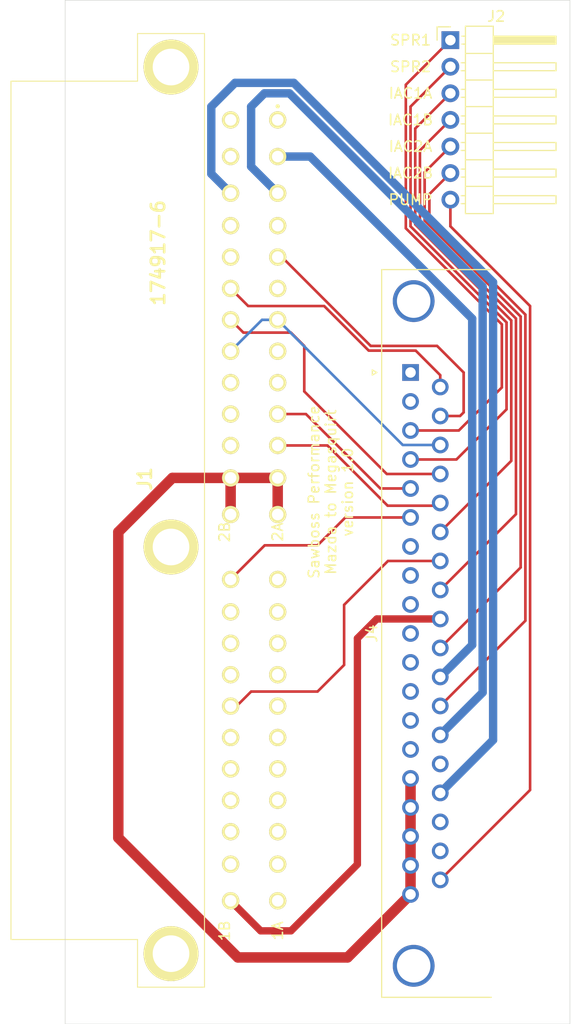
<source format=kicad_pcb>
(kicad_pcb (version 20171130) (host pcbnew "(5.1.6)-1")

  (general
    (thickness 1.6)
    (drawings 9)
    (tracks 117)
    (zones 0)
    (modules 3)
    (nets 68)
  )

  (page A4)
  (layers
    (0 F.Cu signal)
    (31 B.Cu signal)
    (32 B.Adhes user)
    (33 F.Adhes user)
    (34 B.Paste user)
    (35 F.Paste user)
    (36 B.SilkS user)
    (37 F.SilkS user)
    (38 B.Mask user)
    (39 F.Mask user)
    (40 Dwgs.User user)
    (41 Cmts.User user)
    (42 Eco1.User user)
    (43 Eco2.User user)
    (44 Edge.Cuts user)
    (45 Margin user)
    (46 B.CrtYd user)
    (47 F.CrtYd user)
    (48 B.Fab user)
    (49 F.Fab user)
  )

  (setup
    (last_trace_width 0.25)
    (trace_clearance 0.2)
    (zone_clearance 0.508)
    (zone_45_only no)
    (trace_min 0.2)
    (via_size 0.8)
    (via_drill 0.4)
    (via_min_size 0.4)
    (via_min_drill 0.3)
    (uvia_size 0.3)
    (uvia_drill 0.1)
    (uvias_allowed no)
    (uvia_min_size 0.2)
    (uvia_min_drill 0.1)
    (edge_width 0.05)
    (segment_width 0.2)
    (pcb_text_width 0.3)
    (pcb_text_size 1.5 1.5)
    (mod_edge_width 0.12)
    (mod_text_size 1 1)
    (mod_text_width 0.15)
    (pad_size 1.524 1.524)
    (pad_drill 0.762)
    (pad_to_mask_clearance 0.05)
    (aux_axis_origin 0 0)
    (visible_elements 7FFFFFFF)
    (pcbplotparams
      (layerselection 0x010fc_ffffffff)
      (usegerberextensions false)
      (usegerberattributes true)
      (usegerberadvancedattributes true)
      (creategerberjobfile true)
      (excludeedgelayer true)
      (linewidth 0.100000)
      (plotframeref false)
      (viasonmask false)
      (mode 1)
      (useauxorigin false)
      (hpglpennumber 1)
      (hpglpenspeed 20)
      (hpglpendiameter 15.000000)
      (psnegative false)
      (psa4output false)
      (plotreference true)
      (plotvalue true)
      (plotinvisibletext false)
      (padsonsilk false)
      (subtractmaskfromsilk false)
      (outputformat 1)
      (mirror false)
      (drillshape 1)
      (scaleselection 1)
      (outputdirectory ""))
  )

  (net 0 "")
  (net 1 "Net-(J1-Pad12)")
  (net 2 "Net-(J1-Pad15)")
  (net 3 "Net-(J1-Pad17)")
  (net 4 "Net-(J1-Pad19)")
  (net 5 "Net-(J1-Pad22)")
  (net 6 "Net-(J1-Pad26)")
  (net 7 "Net-(J1-Pad31)")
  (net 8 "Net-(J1-Pad33)")
  (net 9 "Net-(J1-Pad34)")
  (net 10 "Net-(J1-Pad35)")
  (net 11 "Net-(J1-Pad36)")
  (net 12 "Net-(J1-Pad37)")
  (net 13 "Net-(J1-Pad41)")
  (net 14 "Net-(J1-Pad45)")
  (net 15 "Net-(J1-Pad46)")
  (net 16 "Net-(J1-Pad47)")
  (net 17 "Net-(J1-Pad48)")
  (net 18 "Net-(J1-PadMH1)")
  (net 19 "Net-(J1-PadMH2)")
  (net 20 "Net-(J1-PadMH3)")
  (net 21 Const_12V)
  (net 22 INJ_1)
  (net 23 INJ_2)
  (net 24 O2)
  (net 25 GND)
  (net 26 12V-SW)
  (net 27 CLT)
  (net 28 CAM)
  (net 29 CRANK)
  (net 30 IGN-1)
  (net 31 IDLE)
  (net 32 LAUNCH)
  (net 33 TPS_IN)
  (net 34 IAT)
  (net 35 FAN)
  (net 36 VREF)
  (net 37 "Net-(J1-Pad1)")
  (net 38 "Net-(J1-Pad6)")
  (net 39 "Net-(J1-Pad7)")
  (net 40 "Net-(J1-Pad11)")
  (net 41 "Net-(J1-Pad21)")
  (net 42 "Net-(J1-Pad25)")
  (net 43 "Net-(J1-Pad30)")
  (net 44 "Net-(J1-Pad32)")
  (net 45 "Net-(J1-Pad38)")
  (net 46 "Net-(J1-Pad40)")
  (net 47 "Net-(J1-Pad43)")
  (net 48 "Net-(J4-Pad1)")
  (net 49 "Net-(J4-Pad2)")
  (net 50 "Net-(J4-Pad7)")
  (net 51 "Net-(J4-Pad8)")
  (net 52 "Net-(J4-Pad9)")
  (net 53 "Net-(J4-Pad10)")
  (net 54 "Net-(J4-Pad11)")
  (net 55 "Net-(J4-Pad12)")
  (net 56 "Net-(J4-Pad13)")
  (net 57 "Net-(J4-Pad14)")
  (net 58 "Net-(J4-Pad33)")
  (net 59 "Net-(J4-Pad35)")
  (net 60 "Net-(J4-Pad36)")
  (net 61 SPR1)
  (net 62 SPR2)
  (net 63 IAC1A)
  (net 64 IAC1B)
  (net 65 IAC2A)
  (net 66 IAC2B)
  (net 67 PUMP)

  (net_class Default "This is the default net class."
    (clearance 0.2)
    (trace_width 0.25)
    (via_dia 0.8)
    (via_drill 0.4)
    (uvia_dia 0.3)
    (uvia_drill 0.1)
    (add_net 12V-SW)
    (add_net CAM)
    (add_net CLT)
    (add_net CRANK)
    (add_net Const_12V)
    (add_net FAN)
    (add_net GND)
    (add_net IAC1A)
    (add_net IAC1B)
    (add_net IAC2A)
    (add_net IAC2B)
    (add_net IAT)
    (add_net IDLE)
    (add_net IGN-1)
    (add_net INJ_1)
    (add_net INJ_2)
    (add_net LAUNCH)
    (add_net "Net-(J1-Pad1)")
    (add_net "Net-(J1-Pad11)")
    (add_net "Net-(J1-Pad12)")
    (add_net "Net-(J1-Pad15)")
    (add_net "Net-(J1-Pad17)")
    (add_net "Net-(J1-Pad19)")
    (add_net "Net-(J1-Pad21)")
    (add_net "Net-(J1-Pad22)")
    (add_net "Net-(J1-Pad25)")
    (add_net "Net-(J1-Pad26)")
    (add_net "Net-(J1-Pad30)")
    (add_net "Net-(J1-Pad31)")
    (add_net "Net-(J1-Pad32)")
    (add_net "Net-(J1-Pad33)")
    (add_net "Net-(J1-Pad34)")
    (add_net "Net-(J1-Pad35)")
    (add_net "Net-(J1-Pad36)")
    (add_net "Net-(J1-Pad37)")
    (add_net "Net-(J1-Pad38)")
    (add_net "Net-(J1-Pad40)")
    (add_net "Net-(J1-Pad41)")
    (add_net "Net-(J1-Pad43)")
    (add_net "Net-(J1-Pad45)")
    (add_net "Net-(J1-Pad46)")
    (add_net "Net-(J1-Pad47)")
    (add_net "Net-(J1-Pad48)")
    (add_net "Net-(J1-Pad6)")
    (add_net "Net-(J1-Pad7)")
    (add_net "Net-(J1-PadMH1)")
    (add_net "Net-(J1-PadMH2)")
    (add_net "Net-(J1-PadMH3)")
    (add_net "Net-(J4-Pad1)")
    (add_net "Net-(J4-Pad10)")
    (add_net "Net-(J4-Pad11)")
    (add_net "Net-(J4-Pad12)")
    (add_net "Net-(J4-Pad13)")
    (add_net "Net-(J4-Pad14)")
    (add_net "Net-(J4-Pad2)")
    (add_net "Net-(J4-Pad33)")
    (add_net "Net-(J4-Pad35)")
    (add_net "Net-(J4-Pad36)")
    (add_net "Net-(J4-Pad7)")
    (add_net "Net-(J4-Pad8)")
    (add_net "Net-(J4-Pad9)")
    (add_net O2)
    (add_net PUMP)
    (add_net SPR1)
    (add_net SPR2)
    (add_net TPS_IN)
    (add_net VREF)
  )

  (module 1749176 (layer F.Cu) (tedit 5F0A753C) (tstamp 61451804)
    (at 71.12 74.93 180)
    (descr 174917-6-3)
    (tags Connector)
    (path /61442018)
    (fp_text reference J1 (at 12.7 -34.29 90) (layer F.SilkS)
      (effects (font (size 1.27 1.27) (thickness 0.254)))
    )
    (fp_text value 174917-6 (at 11.43 -12.7 90) (layer F.SilkS)
      (effects (font (size 1.27 1.27) (thickness 0.254)))
    )
    (fp_line (start 7 -78.3) (end 25.5 -78.3) (layer Dwgs.User) (width 0.2))
    (fp_line (start 25.5 -78.3) (end 25.5 3.7) (layer Dwgs.User) (width 0.2))
    (fp_line (start 25.5 3.7) (end 7 3.7) (layer Dwgs.User) (width 0.2))
    (fp_line (start 7 3.7) (end 7 -78.3) (layer Dwgs.User) (width 0.2))
    (fp_line (start -1.825 -83.85) (end 26.5 -83.85) (layer Dwgs.User) (width 0.1))
    (fp_line (start 26.5 -83.85) (end 26.5 9.25) (layer Dwgs.User) (width 0.1))
    (fp_line (start 26.5 9.25) (end -1.825 9.25) (layer Dwgs.User) (width 0.1))
    (fp_line (start -1.825 9.25) (end -1.825 -83.85) (layer Dwgs.User) (width 0.1))
    (fp_line (start 7 3.7) (end 7 8.25) (layer Dwgs.User) (width 0.2))
    (fp_line (start 7 8.25) (end 13.4 8.25) (layer Dwgs.User) (width 0.2))
    (fp_line (start 13.4 8.25) (end 13.4 3.7) (layer Dwgs.User) (width 0.2))
    (fp_line (start 7 -78.3) (end 7 -82.85) (layer Dwgs.User) (width 0.2))
    (fp_line (start 7 -82.85) (end 13.4 -82.85) (layer Dwgs.User) (width 0.2))
    (fp_line (start 13.4 -82.85) (end 13.4 -78.3) (layer Dwgs.User) (width 0.2))
    (fp_line (start 7 -82.85) (end 7 8.25) (layer F.SilkS) (width 0.1))
    (fp_line (start 7 8.25) (end 13.4 8.25) (layer F.SilkS) (width 0.1))
    (fp_line (start 13.4 8.25) (end 13.4 3.7) (layer F.SilkS) (width 0.1))
    (fp_line (start 13.4 3.7) (end 25 3.7) (layer F.SilkS) (width 0.1))
    (fp_line (start 25 3.7) (end 25.5 3.7) (layer F.SilkS) (width 0.1))
    (fp_line (start 25.5 3.7) (end 25.5 -78.3) (layer F.SilkS) (width 0.1))
    (fp_line (start 25.5 -78.3) (end 13.4 -78.3) (layer F.SilkS) (width 0.1))
    (fp_line (start 13.4 -78.3) (end 13.4 -82.85) (layer F.SilkS) (width 0.1))
    (fp_line (start 13.4 -82.85) (end 7 -82.85) (layer F.SilkS) (width 0.1))
    (fp_line (start -0.1 1.3) (end -0.1 1.3) (layer F.SilkS) (width 0.2))
    (fp_line (start 0.1 1.3) (end 0.1 1.3) (layer F.SilkS) (width 0.2))
    (fp_arc (start 0 1.3) (end -0.1 1.3) (angle -180) (layer F.SilkS) (width 0.2))
    (fp_arc (start 0 1.3) (end 0.1 1.3) (angle -180) (layer F.SilkS) (width 0.2))
    (pad 1 thru_hole circle (at 0 0 270) (size 1.65 1.65) (drill 1.1) (layers *.Cu *.Mask F.SilkS)
      (net 37 "Net-(J1-Pad1)"))
    (pad 2 thru_hole circle (at 0 -3.5 270) (size 1.65 1.65) (drill 1.1) (layers *.Cu *.Mask F.SilkS)
      (net 31 IDLE))
    (pad 3 thru_hole circle (at 0 -7 270) (size 1.65 1.65) (drill 1.1) (layers *.Cu *.Mask F.SilkS)
      (net 22 INJ_1))
    (pad 4 thru_hole circle (at 0 -34.2 270) (size 1.65 1.65) (drill 1.1) (layers *.Cu *.Mask F.SilkS)
      (net 25 GND))
    (pad 5 thru_hole circle (at 0 -37.7 270) (size 1.65 1.65) (drill 1.1) (layers *.Cu *.Mask F.SilkS)
      (net 25 GND))
    (pad 6 thru_hole circle (at 4.5 0 270) (size 1.65 1.65) (drill 1.1) (layers *.Cu *.Mask F.SilkS)
      (net 38 "Net-(J1-Pad6)"))
    (pad 7 thru_hole circle (at 4.5 -3.5 270) (size 1.65 1.65) (drill 1.1) (layers *.Cu *.Mask F.SilkS)
      (net 39 "Net-(J1-Pad7)"))
    (pad 8 thru_hole circle (at 4.5 -7 270) (size 1.65 1.65) (drill 1.1) (layers *.Cu *.Mask F.SilkS)
      (net 23 INJ_2))
    (pad 9 thru_hole circle (at 4.5 -34.2 270) (size 1.65 1.65) (drill 1.1) (layers *.Cu *.Mask F.SilkS)
      (net 25 GND))
    (pad 10 thru_hole circle (at 4.5 -37.7 270) (size 1.65 1.65) (drill 1.1) (layers *.Cu *.Mask F.SilkS)
      (net 25 GND))
    (pad 11 thru_hole circle (at 0 -43.9 270) (size 1.65 1.65) (drill 1.1) (layers *.Cu *.Mask F.SilkS)
      (net 40 "Net-(J1-Pad11)"))
    (pad 12 thru_hole circle (at 0 -71.1 270) (size 1.65 1.65) (drill 1.1) (layers *.Cu *.Mask F.SilkS)
      (net 1 "Net-(J1-Pad12)"))
    (pad 13 thru_hole circle (at 0 -74.6 270) (size 1.65 1.65) (drill 1.1) (layers *.Cu *.Mask F.SilkS)
      (net 21 Const_12V))
    (pad 14 thru_hole circle (at 4.5 -43.9 270) (size 1.65 1.65) (drill 1.1) (layers *.Cu *.Mask F.SilkS)
      (net 32 LAUNCH))
    (pad 15 thru_hole circle (at 4.5 -71.1 270) (size 1.65 1.65) (drill 1.1) (layers *.Cu *.Mask F.SilkS)
      (net 2 "Net-(J1-Pad15)"))
    (pad 16 thru_hole circle (at 4.5 -74.6 270) (size 1.65 1.65) (drill 1.1) (layers *.Cu *.Mask F.SilkS)
      (net 26 12V-SW))
    (pad 17 thru_hole circle (at 0 -10.1 270) (size 1.65 1.65) (drill 1.1) (layers *.Cu *.Mask F.SilkS)
      (net 3 "Net-(J1-Pad17)"))
    (pad 18 thru_hole circle (at 0 -13.1 270) (size 1.65 1.65) (drill 1.1) (layers *.Cu *.Mask F.SilkS)
      (net 27 CLT))
    (pad 19 thru_hole circle (at 0 -16.1 270) (size 1.65 1.65) (drill 1.1) (layers *.Cu *.Mask F.SilkS)
      (net 4 "Net-(J1-Pad19)"))
    (pad 20 thru_hole circle (at 0 -19.1 270) (size 1.65 1.65) (drill 1.1) (layers *.Cu *.Mask F.SilkS)
      (net 33 TPS_IN))
    (pad 21 thru_hole circle (at 0 -22.1 270) (size 1.65 1.65) (drill 1.1) (layers *.Cu *.Mask F.SilkS)
      (net 41 "Net-(J1-Pad21)"))
    (pad 22 thru_hole circle (at 0 -25.1 270) (size 1.65 1.65) (drill 1.1) (layers *.Cu *.Mask F.SilkS)
      (net 5 "Net-(J1-Pad22)"))
    (pad 23 thru_hole circle (at 0 -28.1 270) (size 1.65 1.65) (drill 1.1) (layers *.Cu *.Mask F.SilkS)
      (net 28 CAM))
    (pad 24 thru_hole circle (at 0 -31.1 270) (size 1.65 1.65) (drill 1.1) (layers *.Cu *.Mask F.SilkS)
      (net 29 CRANK))
    (pad 25 thru_hole circle (at 4.5 -10.1 270) (size 1.65 1.65) (drill 1.1) (layers *.Cu *.Mask F.SilkS)
      (net 42 "Net-(J1-Pad25)"))
    (pad 26 thru_hole circle (at 4.5 -13.1 270) (size 1.65 1.65) (drill 1.1) (layers *.Cu *.Mask F.SilkS)
      (net 6 "Net-(J1-Pad26)"))
    (pad 27 thru_hole circle (at 4.5 -16.1 270) (size 1.65 1.65) (drill 1.1) (layers *.Cu *.Mask F.SilkS)
      (net 34 IAT))
    (pad 28 thru_hole circle (at 4.5 -19.1 270) (size 1.65 1.65) (drill 1.1) (layers *.Cu *.Mask F.SilkS)
      (net 24 O2))
    (pad 29 thru_hole circle (at 4.5 -22.1 270) (size 1.65 1.65) (drill 1.1) (layers *.Cu *.Mask F.SilkS)
      (net 33 TPS_IN))
    (pad 30 thru_hole circle (at 4.5 -25.1 270) (size 1.65 1.65) (drill 1.1) (layers *.Cu *.Mask F.SilkS)
      (net 43 "Net-(J1-Pad30)"))
    (pad 31 thru_hole circle (at 4.5 -28.1 270) (size 1.65 1.65) (drill 1.1) (layers *.Cu *.Mask F.SilkS)
      (net 7 "Net-(J1-Pad31)"))
    (pad 32 thru_hole circle (at 4.5 -31.1 270) (size 1.65 1.65) (drill 1.1) (layers *.Cu *.Mask F.SilkS)
      (net 44 "Net-(J1-Pad32)"))
    (pad 33 thru_hole circle (at 0 -47 270) (size 1.65 1.65) (drill 1.1) (layers *.Cu *.Mask F.SilkS)
      (net 8 "Net-(J1-Pad33)"))
    (pad 34 thru_hole circle (at 0 -50 270) (size 1.65 1.65) (drill 1.1) (layers *.Cu *.Mask F.SilkS)
      (net 9 "Net-(J1-Pad34)"))
    (pad 35 thru_hole circle (at 0 -53 270) (size 1.65 1.65) (drill 1.1) (layers *.Cu *.Mask F.SilkS)
      (net 10 "Net-(J1-Pad35)"))
    (pad 36 thru_hole circle (at 0 -56 270) (size 1.65 1.65) (drill 1.1) (layers *.Cu *.Mask F.SilkS)
      (net 11 "Net-(J1-Pad36)"))
    (pad 37 thru_hole circle (at 0 -59 270) (size 1.65 1.65) (drill 1.1) (layers *.Cu *.Mask F.SilkS)
      (net 12 "Net-(J1-Pad37)"))
    (pad 38 thru_hole circle (at 0 -62 270) (size 1.65 1.65) (drill 1.1) (layers *.Cu *.Mask F.SilkS)
      (net 45 "Net-(J1-Pad38)"))
    (pad 39 thru_hole circle (at 0 -65 270) (size 1.65 1.65) (drill 1.1) (layers *.Cu *.Mask F.SilkS)
      (net 30 IGN-1))
    (pad 40 thru_hole circle (at 0 -68 270) (size 1.65 1.65) (drill 1.1) (layers *.Cu *.Mask F.SilkS)
      (net 46 "Net-(J1-Pad40)"))
    (pad 41 thru_hole circle (at 4.5 -47 270) (size 1.65 1.65) (drill 1.1) (layers *.Cu *.Mask F.SilkS)
      (net 13 "Net-(J1-Pad41)"))
    (pad 42 thru_hole circle (at 4.5 -50 270) (size 1.65 1.65) (drill 1.1) (layers *.Cu *.Mask F.SilkS)
      (net 35 FAN))
    (pad 43 thru_hole circle (at 4.5 -53 270) (size 1.65 1.65) (drill 1.1) (layers *.Cu *.Mask F.SilkS)
      (net 47 "Net-(J1-Pad43)"))
    (pad 44 thru_hole circle (at 4.5 -56 270) (size 1.65 1.65) (drill 1.1) (layers *.Cu *.Mask F.SilkS)
      (net 36 VREF))
    (pad 45 thru_hole circle (at 4.5 -59 270) (size 1.65 1.65) (drill 1.1) (layers *.Cu *.Mask F.SilkS)
      (net 14 "Net-(J1-Pad45)"))
    (pad 46 thru_hole circle (at 4.5 -62 270) (size 1.65 1.65) (drill 1.1) (layers *.Cu *.Mask F.SilkS)
      (net 15 "Net-(J1-Pad46)"))
    (pad 47 thru_hole circle (at 4.5 -65 270) (size 1.65 1.65) (drill 1.1) (layers *.Cu *.Mask F.SilkS)
      (net 16 "Net-(J1-Pad47)"))
    (pad 48 thru_hole circle (at 4.5 -68 270) (size 1.65 1.65) (drill 1.1) (layers *.Cu *.Mask F.SilkS)
      (net 17 "Net-(J1-Pad48)"))
    (pad MH1 thru_hole circle (at 10.2 -79.65 270) (size 5.25 5.25) (drill 3.5) (layers *.Cu *.Mask F.SilkS)
      (net 18 "Net-(J1-PadMH1)"))
    (pad MH2 thru_hole circle (at 10.2 -40.8 270) (size 5.25 5.25) (drill 3.5) (layers *.Cu *.Mask F.SilkS)
      (net 19 "Net-(J1-PadMH2)"))
    (pad MH3 thru_hole circle (at 10.2 5.05 270) (size 5.25 5.25) (drill 3.5) (layers *.Cu *.Mask F.SilkS)
      (net 20 "Net-(J1-PadMH3)"))
    (model C:/Users/alindo/Documents/ELECTRONICS/Connector/174917-6/3D/174917-6.stp
      (offset (xyz 7 37.5 0))
      (scale (xyz 1 1 1))
      (rotate (xyz 180 0 -90))
    )
  )

  (module Connector_Dsub:DSUB-37_Female_Horizontal_P2.77x2.84mm_EdgePinOffset4.94mm_Housed_MountingHolesOffset7.48mm (layer F.Cu) (tedit 59FEDEE2) (tstamp 6147EEA9)
    (at 83.82 99.06 90)
    (descr "37-pin D-Sub connector, horizontal/angled (90 deg), THT-mount, female, pitch 2.77x2.84mm, pin-PCB-offset 4.9399999999999995mm, distance of mounting holes 63.5mm, distance of mounting holes to PCB edge 7.4799999999999995mm, see https://disti-assets.s3.amazonaws.com/tonar/files/datasheets/16730.pdf")
    (tags "37-pin D-Sub connector horizontal angled 90deg THT female pitch 2.77x2.84mm pin-PCB-offset 4.9399999999999995mm mounting-holes-distance 63.5mm mounting-hole-offset 63.5mm")
    (path /614E9BEA)
    (fp_text reference J4 (at -24.93 -3.7 90) (layer F.SilkS)
      (effects (font (size 1 1) (thickness 0.15)))
    )
    (fp_text value DB37_Female (at -24.93 15.85 90) (layer F.Fab)
      (effects (font (size 1 1) (thickness 0.15)))
    )
    (fp_line (start 10.3 -3.25) (end -60.15 -3.25) (layer F.CrtYd) (width 0.05))
    (fp_line (start 10.3 14.85) (end 10.3 -3.25) (layer F.CrtYd) (width 0.05))
    (fp_line (start -60.15 14.85) (end 10.3 14.85) (layer F.CrtYd) (width 0.05))
    (fp_line (start -60.15 -3.25) (end -60.15 14.85) (layer F.CrtYd) (width 0.05))
    (fp_line (start 0 -3.221325) (end -0.25 -3.654338) (layer F.SilkS) (width 0.12))
    (fp_line (start 0.25 -3.654338) (end 0 -3.221325) (layer F.SilkS) (width 0.12))
    (fp_line (start -0.25 -3.654338) (end 0.25 -3.654338) (layer F.SilkS) (width 0.12))
    (fp_line (start 9.83 -2.76) (end 9.83 7.72) (layer F.SilkS) (width 0.12))
    (fp_line (start -59.69 -2.76) (end 9.83 -2.76) (layer F.SilkS) (width 0.12))
    (fp_line (start -59.69 7.72) (end -59.69 -2.76) (layer F.SilkS) (width 0.12))
    (fp_line (start 8.42 7.78) (end 8.42 0.3) (layer F.Fab) (width 0.1))
    (fp_line (start 5.22 7.78) (end 5.22 0.3) (layer F.Fab) (width 0.1))
    (fp_line (start -55.08 7.78) (end -55.08 0.3) (layer F.Fab) (width 0.1))
    (fp_line (start -58.28 7.78) (end -58.28 0.3) (layer F.Fab) (width 0.1))
    (fp_line (start 9.32 8.18) (end 4.32 8.18) (layer F.Fab) (width 0.1))
    (fp_line (start 9.32 13.18) (end 9.32 8.18) (layer F.Fab) (width 0.1))
    (fp_line (start 4.32 13.18) (end 9.32 13.18) (layer F.Fab) (width 0.1))
    (fp_line (start 4.32 8.18) (end 4.32 13.18) (layer F.Fab) (width 0.1))
    (fp_line (start -54.18 8.18) (end -59.18 8.18) (layer F.Fab) (width 0.1))
    (fp_line (start -54.18 13.18) (end -54.18 8.18) (layer F.Fab) (width 0.1))
    (fp_line (start -59.18 13.18) (end -54.18 13.18) (layer F.Fab) (width 0.1))
    (fp_line (start -59.18 8.18) (end -59.18 13.18) (layer F.Fab) (width 0.1))
    (fp_line (start 2.47 8.18) (end -52.33 8.18) (layer F.Fab) (width 0.1))
    (fp_line (start 2.47 14.35) (end 2.47 8.18) (layer F.Fab) (width 0.1))
    (fp_line (start -52.33 14.35) (end 2.47 14.35) (layer F.Fab) (width 0.1))
    (fp_line (start -52.33 8.18) (end -52.33 14.35) (layer F.Fab) (width 0.1))
    (fp_line (start 9.77 7.78) (end -59.63 7.78) (layer F.Fab) (width 0.1))
    (fp_line (start 9.77 8.18) (end 9.77 7.78) (layer F.Fab) (width 0.1))
    (fp_line (start -59.63 8.18) (end 9.77 8.18) (layer F.Fab) (width 0.1))
    (fp_line (start -59.63 7.78) (end -59.63 8.18) (layer F.Fab) (width 0.1))
    (fp_line (start 9.77 -2.7) (end -59.63 -2.7) (layer F.Fab) (width 0.1))
    (fp_line (start 9.77 7.78) (end 9.77 -2.7) (layer F.Fab) (width 0.1))
    (fp_line (start -59.63 7.78) (end 9.77 7.78) (layer F.Fab) (width 0.1))
    (fp_line (start -59.63 -2.7) (end -59.63 7.78) (layer F.Fab) (width 0.1))
    (fp_arc (start -56.68 0.3) (end -58.28 0.3) (angle 180) (layer F.Fab) (width 0.1))
    (fp_arc (start 6.82 0.3) (end 5.22 0.3) (angle 180) (layer F.Fab) (width 0.1))
    (fp_text user %R (at -24.93 11.265 90) (layer F.Fab)
      (effects (font (size 1 1) (thickness 0.15)))
    )
    (pad 1 thru_hole rect (at 0 0 90) (size 1.6 1.6) (drill 1) (layers *.Cu *.Mask)
      (net 48 "Net-(J4-Pad1)"))
    (pad 2 thru_hole circle (at -2.77 0 90) (size 1.6 1.6) (drill 1) (layers *.Cu *.Mask)
      (net 49 "Net-(J4-Pad2)"))
    (pad 3 thru_hole circle (at -5.54 0 90) (size 1.6 1.6) (drill 1) (layers *.Cu *.Mask)
      (net 61 SPR1))
    (pad 4 thru_hole circle (at -8.31 0 90) (size 1.6 1.6) (drill 1) (layers *.Cu *.Mask)
      (net 62 SPR2))
    (pad 5 thru_hole circle (at -11.08 0 90) (size 1.6 1.6) (drill 1) (layers *.Cu *.Mask)
      (net 28 CAM))
    (pad 6 thru_hole circle (at -13.85 0 90) (size 1.6 1.6) (drill 1) (layers *.Cu *.Mask)
      (net 32 LAUNCH))
    (pad 7 thru_hole circle (at -16.62 0 90) (size 1.6 1.6) (drill 1) (layers *.Cu *.Mask)
      (net 50 "Net-(J4-Pad7)"))
    (pad 8 thru_hole circle (at -19.39 0 90) (size 1.6 1.6) (drill 1) (layers *.Cu *.Mask)
      (net 51 "Net-(J4-Pad8)"))
    (pad 9 thru_hole circle (at -22.16 0 90) (size 1.6 1.6) (drill 1) (layers *.Cu *.Mask)
      (net 52 "Net-(J4-Pad9)"))
    (pad 10 thru_hole circle (at -24.93 0 90) (size 1.6 1.6) (drill 1) (layers *.Cu *.Mask)
      (net 53 "Net-(J4-Pad10)"))
    (pad 11 thru_hole circle (at -27.7 0 90) (size 1.6 1.6) (drill 1) (layers *.Cu *.Mask)
      (net 54 "Net-(J4-Pad11)"))
    (pad 12 thru_hole circle (at -30.47 0 90) (size 1.6 1.6) (drill 1) (layers *.Cu *.Mask)
      (net 55 "Net-(J4-Pad12)"))
    (pad 13 thru_hole circle (at -33.24 0 90) (size 1.6 1.6) (drill 1) (layers *.Cu *.Mask)
      (net 56 "Net-(J4-Pad13)"))
    (pad 14 thru_hole circle (at -36.01 0 90) (size 1.6 1.6) (drill 1) (layers *.Cu *.Mask)
      (net 57 "Net-(J4-Pad14)"))
    (pad 15 thru_hole circle (at -38.78 0 90) (size 1.6 1.6) (drill 1) (layers *.Cu *.Mask)
      (net 25 GND))
    (pad 16 thru_hole circle (at -41.55 0 90) (size 1.6 1.6) (drill 1) (layers *.Cu *.Mask)
      (net 25 GND))
    (pad 17 thru_hole circle (at -44.32 0 90) (size 1.6 1.6) (drill 1) (layers *.Cu *.Mask)
      (net 25 GND))
    (pad 18 thru_hole circle (at -47.09 0 90) (size 1.6 1.6) (drill 1) (layers *.Cu *.Mask)
      (net 25 GND))
    (pad 19 thru_hole circle (at -49.86 0 90) (size 1.6 1.6) (drill 1) (layers *.Cu *.Mask)
      (net 25 GND))
    (pad 20 thru_hole circle (at -1.385 2.84 90) (size 1.6 1.6) (drill 1) (layers *.Cu *.Mask)
      (net 34 IAT))
    (pad 21 thru_hole circle (at -4.155 2.84 90) (size 1.6 1.6) (drill 1) (layers *.Cu *.Mask)
      (net 27 CLT))
    (pad 22 thru_hole circle (at -6.925 2.84 90) (size 1.6 1.6) (drill 1) (layers *.Cu *.Mask)
      (net 33 TPS_IN))
    (pad 23 thru_hole circle (at -9.695 2.84 90) (size 1.6 1.6) (drill 1) (layers *.Cu *.Mask)
      (net 24 O2))
    (pad 24 thru_hole circle (at -12.465 2.84 90) (size 1.6 1.6) (drill 1) (layers *.Cu *.Mask)
      (net 29 CRANK))
    (pad 25 thru_hole circle (at -15.235 2.84 90) (size 1.6 1.6) (drill 1) (layers *.Cu *.Mask)
      (net 63 IAC1A))
    (pad 26 thru_hole circle (at -18.005 2.84 90) (size 1.6 1.6) (drill 1) (layers *.Cu *.Mask)
      (net 36 VREF))
    (pad 27 thru_hole circle (at -20.775 2.84 90) (size 1.6 1.6) (drill 1) (layers *.Cu *.Mask)
      (net 64 IAC1B))
    (pad 28 thru_hole circle (at -23.545 2.84 90) (size 1.6 1.6) (drill 1) (layers *.Cu *.Mask)
      (net 26 12V-SW))
    (pad 29 thru_hole circle (at -26.315 2.84 90) (size 1.6 1.6) (drill 1) (layers *.Cu *.Mask)
      (net 65 IAC2A))
    (pad 30 thru_hole circle (at -29.085 2.84 90) (size 1.6 1.6) (drill 1) (layers *.Cu *.Mask)
      (net 31 IDLE))
    (pad 31 thru_hole circle (at -31.855 2.84 90) (size 1.6 1.6) (drill 1) (layers *.Cu *.Mask)
      (net 66 IAC2B))
    (pad 32 thru_hole circle (at -34.625 2.84 90) (size 1.6 1.6) (drill 1) (layers *.Cu *.Mask)
      (net 22 INJ_1))
    (pad 33 thru_hole circle (at -37.395 2.84 90) (size 1.6 1.6) (drill 1) (layers *.Cu *.Mask)
      (net 58 "Net-(J4-Pad33)"))
    (pad 34 thru_hole circle (at -40.165 2.84 90) (size 1.6 1.6) (drill 1) (layers *.Cu *.Mask)
      (net 23 INJ_2))
    (pad 35 thru_hole circle (at -42.935 2.84 90) (size 1.6 1.6) (drill 1) (layers *.Cu *.Mask)
      (net 59 "Net-(J4-Pad35)"))
    (pad 36 thru_hole circle (at -45.705 2.84 90) (size 1.6 1.6) (drill 1) (layers *.Cu *.Mask)
      (net 60 "Net-(J4-Pad36)"))
    (pad 37 thru_hole circle (at -48.475 2.84 90) (size 1.6 1.6) (drill 1) (layers *.Cu *.Mask)
      (net 67 PUMP))
    (pad 0 thru_hole circle (at -56.68 0.3 90) (size 4 4) (drill 3.2) (layers *.Cu *.Mask))
    (pad 0 thru_hole circle (at 6.82 0.3 90) (size 4 4) (drill 3.2) (layers *.Cu *.Mask))
    (model ${KISYS3DMOD}/Connector_Dsub.3dshapes/DSUB-37_Female_Horizontal_P2.77x2.84mm_EdgePinOffset4.94mm_Housed_MountingHolesOffset7.48mm.wrl
      (at (xyz 0 0 0))
      (scale (xyz 1 1 1))
      (rotate (xyz 0 0 0))
    )
  )

  (module Connector_PinHeader_2.54mm:PinHeader_1x07_P2.54mm_Horizontal (layer F.Cu) (tedit 59FED5CB) (tstamp 6147F5AA)
    (at 87.63 67.31)
    (descr "Through hole angled pin header, 1x07, 2.54mm pitch, 6mm pin length, single row")
    (tags "Through hole angled pin header THT 1x07 2.54mm single row")
    (path /61541BF6)
    (fp_text reference J2 (at 4.385 -2.27) (layer F.SilkS)
      (effects (font (size 1 1) (thickness 0.15)))
    )
    (fp_text value Conn_01x07 (at 4.385 17.51) (layer F.Fab)
      (effects (font (size 1 1) (thickness 0.15)))
    )
    (fp_line (start 10.55 -1.8) (end -1.8 -1.8) (layer F.CrtYd) (width 0.05))
    (fp_line (start 10.55 17.05) (end 10.55 -1.8) (layer F.CrtYd) (width 0.05))
    (fp_line (start -1.8 17.05) (end 10.55 17.05) (layer F.CrtYd) (width 0.05))
    (fp_line (start -1.8 -1.8) (end -1.8 17.05) (layer F.CrtYd) (width 0.05))
    (fp_line (start -1.27 -1.27) (end 0 -1.27) (layer F.SilkS) (width 0.12))
    (fp_line (start -1.27 0) (end -1.27 -1.27) (layer F.SilkS) (width 0.12))
    (fp_line (start 1.042929 15.62) (end 1.44 15.62) (layer F.SilkS) (width 0.12))
    (fp_line (start 1.042929 14.86) (end 1.44 14.86) (layer F.SilkS) (width 0.12))
    (fp_line (start 10.1 15.62) (end 4.1 15.62) (layer F.SilkS) (width 0.12))
    (fp_line (start 10.1 14.86) (end 10.1 15.62) (layer F.SilkS) (width 0.12))
    (fp_line (start 4.1 14.86) (end 10.1 14.86) (layer F.SilkS) (width 0.12))
    (fp_line (start 1.44 13.97) (end 4.1 13.97) (layer F.SilkS) (width 0.12))
    (fp_line (start 1.042929 13.08) (end 1.44 13.08) (layer F.SilkS) (width 0.12))
    (fp_line (start 1.042929 12.32) (end 1.44 12.32) (layer F.SilkS) (width 0.12))
    (fp_line (start 10.1 13.08) (end 4.1 13.08) (layer F.SilkS) (width 0.12))
    (fp_line (start 10.1 12.32) (end 10.1 13.08) (layer F.SilkS) (width 0.12))
    (fp_line (start 4.1 12.32) (end 10.1 12.32) (layer F.SilkS) (width 0.12))
    (fp_line (start 1.44 11.43) (end 4.1 11.43) (layer F.SilkS) (width 0.12))
    (fp_line (start 1.042929 10.54) (end 1.44 10.54) (layer F.SilkS) (width 0.12))
    (fp_line (start 1.042929 9.78) (end 1.44 9.78) (layer F.SilkS) (width 0.12))
    (fp_line (start 10.1 10.54) (end 4.1 10.54) (layer F.SilkS) (width 0.12))
    (fp_line (start 10.1 9.78) (end 10.1 10.54) (layer F.SilkS) (width 0.12))
    (fp_line (start 4.1 9.78) (end 10.1 9.78) (layer F.SilkS) (width 0.12))
    (fp_line (start 1.44 8.89) (end 4.1 8.89) (layer F.SilkS) (width 0.12))
    (fp_line (start 1.042929 8) (end 1.44 8) (layer F.SilkS) (width 0.12))
    (fp_line (start 1.042929 7.24) (end 1.44 7.24) (layer F.SilkS) (width 0.12))
    (fp_line (start 10.1 8) (end 4.1 8) (layer F.SilkS) (width 0.12))
    (fp_line (start 10.1 7.24) (end 10.1 8) (layer F.SilkS) (width 0.12))
    (fp_line (start 4.1 7.24) (end 10.1 7.24) (layer F.SilkS) (width 0.12))
    (fp_line (start 1.44 6.35) (end 4.1 6.35) (layer F.SilkS) (width 0.12))
    (fp_line (start 1.042929 5.46) (end 1.44 5.46) (layer F.SilkS) (width 0.12))
    (fp_line (start 1.042929 4.7) (end 1.44 4.7) (layer F.SilkS) (width 0.12))
    (fp_line (start 10.1 5.46) (end 4.1 5.46) (layer F.SilkS) (width 0.12))
    (fp_line (start 10.1 4.7) (end 10.1 5.46) (layer F.SilkS) (width 0.12))
    (fp_line (start 4.1 4.7) (end 10.1 4.7) (layer F.SilkS) (width 0.12))
    (fp_line (start 1.44 3.81) (end 4.1 3.81) (layer F.SilkS) (width 0.12))
    (fp_line (start 1.042929 2.92) (end 1.44 2.92) (layer F.SilkS) (width 0.12))
    (fp_line (start 1.042929 2.16) (end 1.44 2.16) (layer F.SilkS) (width 0.12))
    (fp_line (start 10.1 2.92) (end 4.1 2.92) (layer F.SilkS) (width 0.12))
    (fp_line (start 10.1 2.16) (end 10.1 2.92) (layer F.SilkS) (width 0.12))
    (fp_line (start 4.1 2.16) (end 10.1 2.16) (layer F.SilkS) (width 0.12))
    (fp_line (start 1.44 1.27) (end 4.1 1.27) (layer F.SilkS) (width 0.12))
    (fp_line (start 1.11 0.38) (end 1.44 0.38) (layer F.SilkS) (width 0.12))
    (fp_line (start 1.11 -0.38) (end 1.44 -0.38) (layer F.SilkS) (width 0.12))
    (fp_line (start 4.1 0.28) (end 10.1 0.28) (layer F.SilkS) (width 0.12))
    (fp_line (start 4.1 0.16) (end 10.1 0.16) (layer F.SilkS) (width 0.12))
    (fp_line (start 4.1 0.04) (end 10.1 0.04) (layer F.SilkS) (width 0.12))
    (fp_line (start 4.1 -0.08) (end 10.1 -0.08) (layer F.SilkS) (width 0.12))
    (fp_line (start 4.1 -0.2) (end 10.1 -0.2) (layer F.SilkS) (width 0.12))
    (fp_line (start 4.1 -0.32) (end 10.1 -0.32) (layer F.SilkS) (width 0.12))
    (fp_line (start 10.1 0.38) (end 4.1 0.38) (layer F.SilkS) (width 0.12))
    (fp_line (start 10.1 -0.38) (end 10.1 0.38) (layer F.SilkS) (width 0.12))
    (fp_line (start 4.1 -0.38) (end 10.1 -0.38) (layer F.SilkS) (width 0.12))
    (fp_line (start 4.1 -1.33) (end 1.44 -1.33) (layer F.SilkS) (width 0.12))
    (fp_line (start 4.1 16.57) (end 4.1 -1.33) (layer F.SilkS) (width 0.12))
    (fp_line (start 1.44 16.57) (end 4.1 16.57) (layer F.SilkS) (width 0.12))
    (fp_line (start 1.44 -1.33) (end 1.44 16.57) (layer F.SilkS) (width 0.12))
    (fp_line (start 4.04 15.56) (end 10.04 15.56) (layer F.Fab) (width 0.1))
    (fp_line (start 10.04 14.92) (end 10.04 15.56) (layer F.Fab) (width 0.1))
    (fp_line (start 4.04 14.92) (end 10.04 14.92) (layer F.Fab) (width 0.1))
    (fp_line (start -0.32 15.56) (end 1.5 15.56) (layer F.Fab) (width 0.1))
    (fp_line (start -0.32 14.92) (end -0.32 15.56) (layer F.Fab) (width 0.1))
    (fp_line (start -0.32 14.92) (end 1.5 14.92) (layer F.Fab) (width 0.1))
    (fp_line (start 4.04 13.02) (end 10.04 13.02) (layer F.Fab) (width 0.1))
    (fp_line (start 10.04 12.38) (end 10.04 13.02) (layer F.Fab) (width 0.1))
    (fp_line (start 4.04 12.38) (end 10.04 12.38) (layer F.Fab) (width 0.1))
    (fp_line (start -0.32 13.02) (end 1.5 13.02) (layer F.Fab) (width 0.1))
    (fp_line (start -0.32 12.38) (end -0.32 13.02) (layer F.Fab) (width 0.1))
    (fp_line (start -0.32 12.38) (end 1.5 12.38) (layer F.Fab) (width 0.1))
    (fp_line (start 4.04 10.48) (end 10.04 10.48) (layer F.Fab) (width 0.1))
    (fp_line (start 10.04 9.84) (end 10.04 10.48) (layer F.Fab) (width 0.1))
    (fp_line (start 4.04 9.84) (end 10.04 9.84) (layer F.Fab) (width 0.1))
    (fp_line (start -0.32 10.48) (end 1.5 10.48) (layer F.Fab) (width 0.1))
    (fp_line (start -0.32 9.84) (end -0.32 10.48) (layer F.Fab) (width 0.1))
    (fp_line (start -0.32 9.84) (end 1.5 9.84) (layer F.Fab) (width 0.1))
    (fp_line (start 4.04 7.94) (end 10.04 7.94) (layer F.Fab) (width 0.1))
    (fp_line (start 10.04 7.3) (end 10.04 7.94) (layer F.Fab) (width 0.1))
    (fp_line (start 4.04 7.3) (end 10.04 7.3) (layer F.Fab) (width 0.1))
    (fp_line (start -0.32 7.94) (end 1.5 7.94) (layer F.Fab) (width 0.1))
    (fp_line (start -0.32 7.3) (end -0.32 7.94) (layer F.Fab) (width 0.1))
    (fp_line (start -0.32 7.3) (end 1.5 7.3) (layer F.Fab) (width 0.1))
    (fp_line (start 4.04 5.4) (end 10.04 5.4) (layer F.Fab) (width 0.1))
    (fp_line (start 10.04 4.76) (end 10.04 5.4) (layer F.Fab) (width 0.1))
    (fp_line (start 4.04 4.76) (end 10.04 4.76) (layer F.Fab) (width 0.1))
    (fp_line (start -0.32 5.4) (end 1.5 5.4) (layer F.Fab) (width 0.1))
    (fp_line (start -0.32 4.76) (end -0.32 5.4) (layer F.Fab) (width 0.1))
    (fp_line (start -0.32 4.76) (end 1.5 4.76) (layer F.Fab) (width 0.1))
    (fp_line (start 4.04 2.86) (end 10.04 2.86) (layer F.Fab) (width 0.1))
    (fp_line (start 10.04 2.22) (end 10.04 2.86) (layer F.Fab) (width 0.1))
    (fp_line (start 4.04 2.22) (end 10.04 2.22) (layer F.Fab) (width 0.1))
    (fp_line (start -0.32 2.86) (end 1.5 2.86) (layer F.Fab) (width 0.1))
    (fp_line (start -0.32 2.22) (end -0.32 2.86) (layer F.Fab) (width 0.1))
    (fp_line (start -0.32 2.22) (end 1.5 2.22) (layer F.Fab) (width 0.1))
    (fp_line (start 4.04 0.32) (end 10.04 0.32) (layer F.Fab) (width 0.1))
    (fp_line (start 10.04 -0.32) (end 10.04 0.32) (layer F.Fab) (width 0.1))
    (fp_line (start 4.04 -0.32) (end 10.04 -0.32) (layer F.Fab) (width 0.1))
    (fp_line (start -0.32 0.32) (end 1.5 0.32) (layer F.Fab) (width 0.1))
    (fp_line (start -0.32 -0.32) (end -0.32 0.32) (layer F.Fab) (width 0.1))
    (fp_line (start -0.32 -0.32) (end 1.5 -0.32) (layer F.Fab) (width 0.1))
    (fp_line (start 1.5 -0.635) (end 2.135 -1.27) (layer F.Fab) (width 0.1))
    (fp_line (start 1.5 16.51) (end 1.5 -0.635) (layer F.Fab) (width 0.1))
    (fp_line (start 4.04 16.51) (end 1.5 16.51) (layer F.Fab) (width 0.1))
    (fp_line (start 4.04 -1.27) (end 4.04 16.51) (layer F.Fab) (width 0.1))
    (fp_line (start 2.135 -1.27) (end 4.04 -1.27) (layer F.Fab) (width 0.1))
    (fp_text user %R (at 2.77 7.62 90) (layer F.Fab)
      (effects (font (size 1 1) (thickness 0.15)))
    )
    (fp_text user SPR1 (at -3.81 0) (layer F.SilkS)
      (effects (font (size 1 1) (thickness 0.15)))
    )
    (fp_text user SPR2 (at -3.81 2.54) (layer F.SilkS)
      (effects (font (size 1 1) (thickness 0.15)))
    )
    (fp_text user IAC1A (at -3.81 5.08) (layer F.SilkS)
      (effects (font (size 1 1) (thickness 0.15)))
    )
    (fp_text user IAC1B (at -3.81 7.62) (layer F.SilkS)
      (effects (font (size 1 1) (thickness 0.15)))
    )
    (fp_text user IAC2A (at -3.81 10.16) (layer F.SilkS)
      (effects (font (size 1 1) (thickness 0.15)))
    )
    (fp_text user IAC2B (at -3.81 12.7) (layer F.SilkS)
      (effects (font (size 1 1) (thickness 0.15)))
    )
    (fp_text user PUMP (at -3.81 15.24) (layer F.SilkS)
      (effects (font (size 1 1) (thickness 0.15)))
    )
    (pad 1 thru_hole rect (at 0 0) (size 1.7 1.7) (drill 1) (layers *.Cu *.Mask)
      (net 61 SPR1))
    (pad 2 thru_hole oval (at 0 2.54) (size 1.7 1.7) (drill 1) (layers *.Cu *.Mask)
      (net 62 SPR2))
    (pad 3 thru_hole oval (at 0 5.08) (size 1.7 1.7) (drill 1) (layers *.Cu *.Mask)
      (net 63 IAC1A))
    (pad 4 thru_hole oval (at 0 7.62) (size 1.7 1.7) (drill 1) (layers *.Cu *.Mask)
      (net 64 IAC1B))
    (pad 5 thru_hole oval (at 0 10.16) (size 1.7 1.7) (drill 1) (layers *.Cu *.Mask)
      (net 65 IAC2A))
    (pad 6 thru_hole oval (at 0 12.7) (size 1.7 1.7) (drill 1) (layers *.Cu *.Mask)
      (net 66 IAC2B))
    (pad 7 thru_hole oval (at 0 15.24) (size 1.7 1.7) (drill 1) (layers *.Cu *.Mask)
      (net 67 PUMP))
    (model ${KISYS3DMOD}/Connector_PinHeader_2.54mm.3dshapes/PinHeader_1x07_P2.54mm_Horizontal.wrl
      (at (xyz 0 0 0))
      (scale (xyz 1 1 1))
      (rotate (xyz 0 0 0))
    )
  )

  (gr_text "Sawboss Performance\nMazda to Megasquirt\nversion 1.0" (at 76.2 110.49 90) (layer F.SilkS) (tstamp 61499099)
    (effects (font (size 1 1) (thickness 0.15)))
  )
  (gr_line (start 99.06 63.5) (end 99.06 161.29) (layer Edge.Cuts) (width 0.05) (tstamp 6145BB81))
  (gr_text 1B (at 66.04 152.4 90) (layer F.SilkS)
    (effects (font (size 1 1) (thickness 0.15)))
  )
  (gr_text 1A (at 71.12 152.4 90) (layer F.SilkS)
    (effects (font (size 1 1) (thickness 0.15)))
  )
  (gr_text 2B (at 66.04 114.3 90) (layer F.SilkS)
    (effects (font (size 1 1) (thickness 0.15)))
  )
  (gr_text 2A (at 71.12 114.3 90) (layer F.SilkS)
    (effects (font (size 1 1) (thickness 0.15)))
  )
  (gr_line (start 50.8 161.29) (end 99.06 161.29) (layer Edge.Cuts) (width 0.05) (tstamp 61451317))
  (gr_line (start 99.06 63.5) (end 50.8 63.5) (layer Edge.Cuts) (width 0.05) (tstamp 61450C05))
  (gr_line (start 50.8 63.5) (end 50.8 161.29) (layer Edge.Cuts) (width 0.05))

  (segment (start 71.12 81.93) (end 68.58 79.39) (width 0.8) (layer B.Cu) (net 22))
  (segment (start 68.58 79.39) (end 68.58 73.66) (width 0.8) (layer B.Cu) (net 22))
  (segment (start 68.58 73.66) (end 69.85 72.39) (width 0.8) (layer B.Cu) (net 22))
  (segment (start 69.85 72.39) (end 72.245772 72.39) (width 0.8) (layer B.Cu) (net 22))
  (segment (start 90.714989 90.859217) (end 90.714989 129.630011) (width 0.8) (layer B.Cu) (net 22))
  (segment (start 72.245772 72.39) (end 90.714989 90.859217) (width 0.8) (layer B.Cu) (net 22))
  (segment (start 90.714989 129.630011) (end 86.66 133.685) (width 0.8) (layer B.Cu) (net 22))
  (segment (start 64.77 80.08) (end 64.77 73.66) (width 0.8) (layer B.Cu) (net 23))
  (segment (start 91.715 90.444999) (end 91.715 134.17) (width 0.8) (layer B.Cu) (net 23))
  (segment (start 72.65999 71.389989) (end 91.715 90.444999) (width 0.8) (layer B.Cu) (net 23))
  (segment (start 64.77 73.66) (end 67.040011 71.389989) (width 0.8) (layer B.Cu) (net 23))
  (segment (start 67.040011 71.389989) (end 72.65999 71.389989) (width 0.8) (layer B.Cu) (net 23))
  (segment (start 87.459999 138.425001) (end 86.66 139.225) (width 0.8) (layer B.Cu) (net 23))
  (segment (start 91.715 134.17) (end 87.459999 138.425001) (width 0.8) (layer B.Cu) (net 23))
  (segment (start 66.62 81.93) (end 64.77 80.08) (width 0.8) (layer B.Cu) (net 23))
  (segment (start 67.84 95.25) (end 66.62 94.03) (width 0.25) (layer F.Cu) (net 24))
  (segment (start 81.547002 108.755) (end 73.66 100.867998) (width 0.25) (layer F.Cu) (net 24))
  (segment (start 86.66 108.755) (end 81.547002 108.755) (width 0.25) (layer F.Cu) (net 24))
  (segment (start 73.66 100.867998) (end 73.66 96.52) (width 0.25) (layer F.Cu) (net 24))
  (segment (start 73.66 96.52) (end 72.39 95.25) (width 0.25) (layer F.Cu) (net 24))
  (segment (start 72.39 95.25) (end 67.84 95.25) (width 0.25) (layer F.Cu) (net 24))
  (segment (start 66.62 109.13) (end 65.84 109.13) (width 1) (layer F.Cu) (net 25))
  (segment (start 66.62 109.13) (end 71.12 109.13) (width 1) (layer F.Cu) (net 25))
  (segment (start 66.62 112.63) (end 66.62 109.13) (width 1) (layer F.Cu) (net 25))
  (segment (start 77.8 154.94) (end 83.82 148.92) (width 1) (layer F.Cu) (net 25))
  (segment (start 61.05 109.13) (end 55.88 114.3) (width 1) (layer F.Cu) (net 25))
  (segment (start 67.31 154.94) (end 77.8 154.94) (width 1) (layer F.Cu) (net 25))
  (segment (start 66.62 109.13) (end 61.05 109.13) (width 1) (layer F.Cu) (net 25))
  (segment (start 55.88 114.3) (end 55.88 143.51) (width 1) (layer F.Cu) (net 25))
  (segment (start 55.88 143.51) (end 67.31 154.94) (width 1) (layer F.Cu) (net 25))
  (segment (start 71.12 109.13) (end 71.12 112.63) (width 1) (layer F.Cu) (net 25))
  (segment (start 83.82 148.92) (end 83.82 146.15) (width 1) (layer F.Cu) (net 25))
  (segment (start 83.82 143.38) (end 83.82 146.15) (width 1) (layer F.Cu) (net 25))
  (segment (start 83.82 143.38) (end 83.82 140.61) (width 1) (layer F.Cu) (net 25))
  (segment (start 83.82 140.61) (end 83.82 137.84) (width 1) (layer F.Cu) (net 25))
  (segment (start 69.49 152.4) (end 66.62 149.53) (width 0.7) (layer F.Cu) (net 26))
  (segment (start 86.66 122.605) (end 80.595 122.605) (width 0.7) (layer F.Cu) (net 26))
  (segment (start 78.74 124.46) (end 78.74 146.05) (width 0.7) (layer F.Cu) (net 26))
  (segment (start 80.595 122.605) (end 78.74 124.46) (width 0.7) (layer F.Cu) (net 26))
  (segment (start 72.39 152.4) (end 69.49 152.4) (width 0.7) (layer F.Cu) (net 26))
  (segment (start 78.74 146.05) (end 72.39 152.4) (width 0.7) (layer F.Cu) (net 26))
  (segment (start 71.52 88.03) (end 71.12 88.03) (width 0.25) (layer F.Cu) (net 27))
  (segment (start 80.01 96.52) (end 71.52 88.03) (width 0.25) (layer F.Cu) (net 27))
  (segment (start 88.555 103.215) (end 88.9 102.87) (width 0.25) (layer F.Cu) (net 27))
  (segment (start 86.36 96.52) (end 80.01 96.52) (width 0.25) (layer F.Cu) (net 27))
  (segment (start 86.66 103.215) (end 88.555 103.215) (width 0.25) (layer F.Cu) (net 27))
  (segment (start 88.9 102.87) (end 88.9 99.06) (width 0.25) (layer F.Cu) (net 27))
  (segment (start 88.9 99.06) (end 86.36 96.52) (width 0.25) (layer F.Cu) (net 27))
  (segment (start 80.93 110.14) (end 83.82 110.14) (width 0.25) (layer F.Cu) (net 28))
  (segment (start 71.12 103.03) (end 73.82 103.03) (width 0.25) (layer F.Cu) (net 28))
  (segment (start 73.82 103.03) (end 80.93 110.14) (width 0.25) (layer F.Cu) (net 28))
  (segment (start 81.629999 111.784999) (end 86.400001 111.784999) (width 0.25) (layer F.Cu) (net 29))
  (segment (start 86.400001 111.784999) (end 86.66 111.525) (width 0.25) (layer F.Cu) (net 29))
  (segment (start 71.12 106.03) (end 75.875 106.03) (width 0.25) (layer F.Cu) (net 29))
  (segment (start 75.875 106.03) (end 81.629999 111.784999) (width 0.25) (layer F.Cu) (net 29))
  (segment (start 74.228269 78.43) (end 71.12 78.43) (width 0.8) (layer B.Cu) (net 31))
  (segment (start 86.66 128.145) (end 89.714978 125.090022) (width 0.8) (layer B.Cu) (net 31))
  (segment (start 89.714978 93.916709) (end 74.228269 78.43) (width 0.8) (layer B.Cu) (net 31))
  (segment (start 89.714978 125.090022) (end 89.714978 93.916709) (width 0.8) (layer B.Cu) (net 31))
  (segment (start 69.88 115.57) (end 66.62 118.83) (width 0.25) (layer F.Cu) (net 32))
  (segment (start 74.93 115.57) (end 69.88 115.57) (width 0.25) (layer F.Cu) (net 32))
  (segment (start 83.82 112.91) (end 77.59 112.91) (width 0.25) (layer F.Cu) (net 32))
  (segment (start 77.59 112.91) (end 74.93 115.57) (width 0.25) (layer F.Cu) (net 32))
  (segment (start 69.62 94.03) (end 66.62 97.03) (width 0.25) (layer B.Cu) (net 33))
  (segment (start 71.12 94.03) (end 69.62 94.03) (width 0.25) (layer B.Cu) (net 33))
  (segment (start 86.66 105.985) (end 83.075 105.985) (width 0.25) (layer B.Cu) (net 33))
  (segment (start 83.075 105.985) (end 71.12 94.03) (width 0.25) (layer B.Cu) (net 33))
  (segment (start 79.8236 96.970011) (end 75.56359 92.71) (width 0.25) (layer F.Cu) (net 34))
  (segment (start 68.3 92.71) (end 66.62 91.03) (width 0.25) (layer F.Cu) (net 34))
  (segment (start 86.66 100.445) (end 86.66 99.31363) (width 0.25) (layer F.Cu) (net 34))
  (segment (start 86.66 99.31363) (end 84.316381 96.970011) (width 0.25) (layer F.Cu) (net 34))
  (segment (start 84.316381 96.970011) (end 79.8236 96.970011) (width 0.25) (layer F.Cu) (net 34))
  (segment (start 75.56359 92.71) (end 68.3 92.71) (width 0.25) (layer F.Cu) (net 34))
  (segment (start 68.58 129.54) (end 67.19 130.93) (width 0.25) (layer F.Cu) (net 36))
  (segment (start 81.662499 117.065) (end 77.47 121.257499) (width 0.25) (layer F.Cu) (net 36))
  (segment (start 86.66 117.065) (end 81.662499 117.065) (width 0.25) (layer F.Cu) (net 36))
  (segment (start 67.19 130.93) (end 66.62 130.93) (width 0.25) (layer F.Cu) (net 36))
  (segment (start 77.47 127) (end 74.93 129.54) (width 0.25) (layer F.Cu) (net 36))
  (segment (start 77.47 121.257499) (end 77.47 127) (width 0.25) (layer F.Cu) (net 36))
  (segment (start 74.93 129.54) (end 68.58 129.54) (width 0.25) (layer F.Cu) (net 36))
  (segment (start 87.63 67.31) (end 83.369991 71.570009) (width 0.25) (layer F.Cu) (net 61))
  (segment (start 83.369991 71.570009) (end 83.369991 85.282046) (width 0.25) (layer F.Cu) (net 61))
  (segment (start 83.369991 85.282046) (end 92.549934 94.461988) (width 0.25) (layer F.Cu) (net 61))
  (segment (start 92.549934 94.461988) (end 92.549934 100.490066) (width 0.25) (layer F.Cu) (net 61))
  (segment (start 92.549934 100.490066) (end 88.44 104.6) (width 0.25) (layer F.Cu) (net 61))
  (segment (start 88.44 104.6) (end 83.82 104.6) (width 0.25) (layer F.Cu) (net 61))
  (segment (start 87.63 69.85) (end 83.820002 73.659998) (width 0.25) (layer F.Cu) (net 62))
  (segment (start 92.999945 102.580055) (end 88.21 107.37) (width 0.25) (layer F.Cu) (net 62))
  (segment (start 83.820002 73.659998) (end 83.820002 85.095646) (width 0.25) (layer F.Cu) (net 62))
  (segment (start 83.820002 85.095646) (end 92.999945 94.275588) (width 0.25) (layer F.Cu) (net 62))
  (segment (start 92.999945 94.275588) (end 92.999945 102.580055) (width 0.25) (layer F.Cu) (net 62))
  (segment (start 88.21 107.37) (end 83.82 107.37) (width 0.25) (layer F.Cu) (net 62))
  (segment (start 84.270013 75.749987) (end 84.270013 84.909246) (width 0.25) (layer F.Cu) (net 63))
  (segment (start 87.63 72.39) (end 84.270013 75.749987) (width 0.25) (layer F.Cu) (net 63))
  (segment (start 84.270013 84.909246) (end 93.449956 94.089188) (width 0.25) (layer F.Cu) (net 63))
  (segment (start 93.449956 94.089188) (end 93.449956 107.505044) (width 0.25) (layer F.Cu) (net 63))
  (segment (start 93.449956 107.505044) (end 86.66 114.295) (width 0.25) (layer F.Cu) (net 63))
  (segment (start 93.899967 112.595033) (end 86.66 119.835) (width 0.25) (layer F.Cu) (net 64))
  (segment (start 93.899967 93.902788) (end 93.899967 112.595033) (width 0.25) (layer F.Cu) (net 64))
  (segment (start 87.63 74.93) (end 84.720024 77.839976) (width 0.25) (layer F.Cu) (net 64))
  (segment (start 84.720024 77.839976) (end 84.720024 84.722846) (width 0.25) (layer F.Cu) (net 64))
  (segment (start 84.720024 84.722846) (end 93.899967 93.902788) (width 0.25) (layer F.Cu) (net 64))
  (segment (start 94.349978 93.716388) (end 94.349978 117.685022) (width 0.25) (layer F.Cu) (net 65))
  (segment (start 85.170035 84.536446) (end 94.349978 93.716388) (width 0.25) (layer F.Cu) (net 65))
  (segment (start 94.349978 117.685022) (end 87.459999 124.575001) (width 0.25) (layer F.Cu) (net 65))
  (segment (start 85.170035 79.929965) (end 85.170035 84.536446) (width 0.25) (layer F.Cu) (net 65))
  (segment (start 87.459999 124.575001) (end 86.66 125.375) (width 0.25) (layer F.Cu) (net 65))
  (segment (start 87.63 77.47) (end 85.170035 79.929965) (width 0.25) (layer F.Cu) (net 65))
  (segment (start 86.66 130.915) (end 94.799989 122.775011) (width 0.25) (layer F.Cu) (net 66))
  (segment (start 85.620046 84.350046) (end 85.620046 82.019954) (width 0.25) (layer F.Cu) (net 66))
  (segment (start 94.799989 122.775011) (end 94.799989 93.529989) (width 0.25) (layer F.Cu) (net 66))
  (segment (start 94.799989 93.529989) (end 85.620046 84.350046) (width 0.25) (layer F.Cu) (net 66))
  (segment (start 85.620046 82.019954) (end 87.63 80.01) (width 0.25) (layer F.Cu) (net 66))
  (segment (start 95.25 92.71) (end 87.63 85.09) (width 0.25) (layer F.Cu) (net 67))
  (segment (start 87.63 85.09) (end 87.63 82.55) (width 0.25) (layer F.Cu) (net 67))
  (segment (start 95.25 138.945) (end 95.25 92.71) (width 0.25) (layer F.Cu) (net 67))
  (segment (start 86.66 147.535) (end 95.25 138.945) (width 0.25) (layer F.Cu) (net 67))

)

</source>
